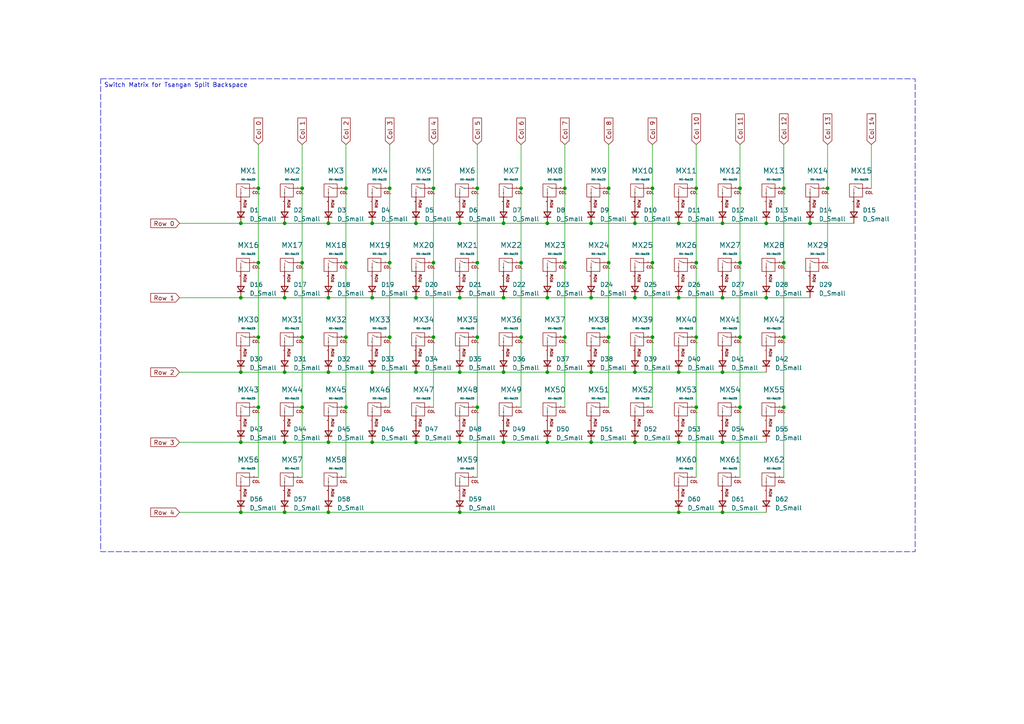
<source format=kicad_sch>
(kicad_sch (version 20250114) (generator "eeschema") (generator_version "9.0")
  (paper "A4")
  (title_block (title "Inett Square X Replacement PCB") (date "2025-06-14"))
  (lib_symbols
    (symbol "Device:D_Small" (pin_numbers (hide yes)) (pin_names (offset 0.254) (hide yes))
      (property "Reference" "D" (at -1.27 2.032 0))
      (property "Value" "D_Small" (at -3.81 -2.032 0))
      (symbol "D_Small_1_1"
        (pin passive line (at -2.54 0 0) (length 1.778) (name "K") (number "1"))
        (pin passive line (at 2.54 0 180) (length 1.778) (name "A") (number "2"))
      )
    )
    (symbol "cipulot_parts:MX-NoLED" (pin_names (offset 1.016))
      (property "Reference" "MX" (at -0.635 3.81 0))
      (property "Value" "MX-NoLED" (at -0.635 1.27 0))
      (symbol "MX-NoLED_0_0"
        (text "ROW" (at 0 -1.905 900) (effects (font (size 0.762 0.762)) (justify right)))
        (text "COL" (at 3.175 0 0) (effects (font (size 0.762 0.762))))
      )
      (symbol "MX-NoLED_1_1"
        (pin passive line (at -1.27 -3.81 90) (length 2.54) (name "ROW") (number "2"))
        (pin passive line (at 3.81 1.27 180) (length 2.54) (name "COL") (number "1"))
      )
    )
  )
  (text_box "Switch Matrix for Tsangan Split Backspace\n" (at 29.21 22.86 0) (size 236.22 137.16) (margins 0.9525 0.9525 0.9525 0.9525) (stroke (width 0) (type dash)) (effects (font (size 1.27 1.27)) (justify left top)))
  (junction (at 146.05 86.36))
  (junction (at 133.35 148.59))
  (junction (at 227.33 97.79))
  (junction (at 176.53 76.2))
  (junction (at 184.15 107.95))
  (junction (at 138.43 76.2))
  (junction (at 100.33 76.2))
  (junction (at 82.55 64.77))
  (junction (at 74.93 54.61))
  (junction (at 171.45 86.36))
  (junction (at 82.55 148.59))
  (junction (at 222.25 64.77))
  (junction (at 125.73 76.2))
  (junction (at 151.13 54.61))
  (junction (at 184.15 64.77))
  (junction (at 82.55 128.27))
  (junction (at 125.73 97.79))
  (junction (at 222.25 86.36))
  (junction (at 113.03 76.2))
  (junction (at 176.53 54.61))
  (junction (at 74.93 118.11))
  (junction (at 138.43 54.61))
  (junction (at 240.03 54.61))
  (junction (at 201.93 76.2))
  (junction (at 82.55 107.95))
  (junction (at 209.55 86.36))
  (junction (at 201.93 54.61))
  (junction (at 158.75 128.27))
  (junction (at 163.83 54.61))
  (junction (at 87.63 54.61))
  (junction (at 201.93 118.11))
  (junction (at 227.33 76.2))
  (junction (at 158.75 107.95))
  (junction (at 151.13 97.79))
  (junction (at 138.43 118.11))
  (junction (at 107.95 86.36))
  (junction (at 120.65 86.36))
  (junction (at 120.65 128.27))
  (junction (at 209.55 148.59))
  (junction (at 196.85 148.59))
  (junction (at 196.85 86.36))
  (junction (at 69.85 86.36))
  (junction (at 189.23 97.79))
  (junction (at 214.63 76.2))
  (junction (at 214.63 97.79))
  (junction (at 163.83 97.79))
  (junction (at 69.85 64.77))
  (junction (at 158.75 86.36))
  (junction (at 100.33 97.79))
  (junction (at 163.83 76.2))
  (junction (at 171.45 64.77))
  (junction (at 107.95 64.77))
  (junction (at 87.63 97.79))
  (junction (at 95.25 86.36))
  (junction (at 100.33 118.11))
  (junction (at 82.55 86.36))
  (junction (at 87.63 76.2))
  (junction (at 95.25 128.27))
  (junction (at 120.65 107.95))
  (junction (at 133.35 128.27))
  (junction (at 87.63 118.11))
  (junction (at 176.53 97.79))
  (junction (at 227.33 118.11))
  (junction (at 209.55 107.95))
  (junction (at 196.85 64.77))
  (junction (at 107.95 128.27))
  (junction (at 120.65 64.77))
  (junction (at 209.55 128.27))
  (junction (at 227.33 54.61))
  (junction (at 74.93 76.2))
  (junction (at 209.55 64.77))
  (junction (at 100.33 54.61))
  (junction (at 69.85 107.95))
  (junction (at 196.85 107.95))
  (junction (at 95.25 64.77))
  (junction (at 95.25 107.95))
  (junction (at 214.63 54.61))
  (junction (at 74.93 97.79))
  (junction (at 196.85 128.27))
  (junction (at 107.95 107.95))
  (junction (at 133.35 86.36))
  (junction (at 189.23 54.61))
  (junction (at 146.05 107.95))
  (junction (at 69.85 128.27))
  (junction (at 69.85 148.59))
  (junction (at 113.03 54.61))
  (junction (at 133.35 64.77))
  (junction (at 95.25 148.59))
  (junction (at 171.45 128.27))
  (junction (at 151.13 76.2))
  (junction (at 125.73 54.61))
  (junction (at 189.23 76.2))
  (junction (at 201.93 97.79))
  (junction (at 234.95 64.77))
  (junction (at 146.05 128.27))
  (junction (at 138.43 97.79))
  (junction (at 146.05 64.77))
  (junction (at 184.15 128.27))
  (junction (at 158.75 64.77))
  (junction (at 133.35 107.95))
  (junction (at 171.45 107.95))
  (junction (at 184.15 86.36))
  (junction (at 214.63 118.11))
  (junction (at 113.03 97.79))
  (wire (pts (xy 138.43 118.11) (xy 138.43 138.43)))
  (wire (pts (xy 125.73 54.61) (xy 125.73 76.2)))
  (wire (pts (xy 113.03 41.91) (xy 113.03 54.61)))
  (wire (pts (xy 222.25 107.95) (xy 209.55 107.95)))
  (wire (pts (xy 184.15 128.27) (xy 196.85 128.27)))
  (wire (pts (xy 87.63 97.79) (xy 87.63 118.11)))
  (wire (pts (xy 240.03 54.61) (xy 240.03 76.2)))
  (wire (pts (xy 189.23 41.91) (xy 189.23 54.61)))
  (wire (pts (xy 146.05 107.95) (xy 133.35 107.95)))
  (wire (pts (xy 113.03 97.79) (xy 113.03 118.11)))
  (wire (pts (xy 201.93 41.91) (xy 201.93 54.61)))
  (wire (pts (xy 120.65 107.95) (xy 107.95 107.95)))
  (wire (pts (xy 227.33 41.91) (xy 227.33 54.61)))
  (wire (pts (xy 74.93 41.91) (xy 74.93 54.61)))
  (wire (pts (xy 196.85 64.77) (xy 209.55 64.77)))
  (wire (pts (xy 74.93 118.11) (xy 74.93 138.43)))
  (wire (pts (xy 133.35 64.77) (xy 146.05 64.77)))
  (wire (pts (xy 163.83 76.2) (xy 163.83 97.79)))
  (wire (pts (xy 214.63 41.91) (xy 214.63 54.61)))
  (wire (pts (xy 196.85 86.36) (xy 209.55 86.36)))
  (wire (pts (xy 214.63 97.79) (xy 214.63 118.11)))
  (wire (pts (xy 184.15 107.95) (xy 171.45 107.95)))
  (wire (pts (xy 74.93 76.2) (xy 74.93 97.79)))
  (wire (pts (xy 201.93 76.2) (xy 201.93 97.79)))
  (wire (pts (xy 184.15 64.77) (xy 196.85 64.77)))
  (wire (pts (xy 125.73 76.2) (xy 125.73 97.79)))
  (wire (pts (xy 107.95 64.77) (xy 120.65 64.77)))
  (wire (pts (xy 189.23 76.2) (xy 189.23 97.79)))
  (wire (pts (xy 209.55 128.27) (xy 222.25 128.27)))
  (wire (pts (xy 120.65 64.77) (xy 133.35 64.77)))
  (wire (pts (xy 196.85 107.95) (xy 184.15 107.95)))
  (wire (pts (xy 87.63 41.91) (xy 87.63 54.61)))
  (wire (pts (xy 171.45 86.36) (xy 184.15 86.36)))
  (wire (pts (xy 100.33 41.91) (xy 100.33 54.61)))
  (wire (pts (xy 201.93 97.79) (xy 201.93 118.11)))
  (wire (pts (xy 120.65 86.36) (xy 133.35 86.36)))
  (wire (pts (xy 138.43 76.2) (xy 138.43 97.79)))
  (wire (pts (xy 176.53 54.61) (xy 176.53 76.2)))
  (wire (pts (xy 52.07 128.27) (xy 69.85 128.27)))
  (wire (pts (xy 214.63 54.61) (xy 214.63 76.2)))
  (wire (pts (xy 100.33 76.2) (xy 100.33 97.79)))
  (wire (pts (xy 201.93 118.11) (xy 201.93 138.43)))
  (wire (pts (xy 125.73 97.79) (xy 125.73 118.11)))
  (wire (pts (xy 133.35 86.36) (xy 146.05 86.36)))
  (wire (pts (xy 209.55 148.59) (xy 222.25 148.59)))
  (wire (pts (xy 107.95 128.27) (xy 120.65 128.27)))
  (wire (pts (xy 151.13 76.2) (xy 151.13 97.79)))
  (wire (pts (xy 158.75 64.77) (xy 171.45 64.77)))
  (wire (pts (xy 95.25 128.27) (xy 107.95 128.27)))
  (wire (pts (xy 100.33 118.11) (xy 100.33 138.43)))
  (wire (pts (xy 95.25 64.77) (xy 107.95 64.77)))
  (wire (pts (xy 184.15 86.36) (xy 196.85 86.36)))
  (wire (pts (xy 146.05 128.27) (xy 158.75 128.27)))
  (wire (pts (xy 113.03 54.61) (xy 113.03 76.2)))
  (wire (pts (xy 69.85 128.27) (xy 82.55 128.27)))
  (wire (pts (xy 133.35 128.27) (xy 146.05 128.27)))
  (wire (pts (xy 125.73 41.91) (xy 125.73 54.61)))
  (wire (pts (xy 151.13 41.91) (xy 151.13 54.61)))
  (wire (pts (xy 227.33 76.2) (xy 227.33 97.79)))
  (wire (pts (xy 227.33 118.11) (xy 227.33 138.43)))
  (wire (pts (xy 138.43 54.61) (xy 138.43 76.2)))
  (wire (pts (xy 240.03 41.91) (xy 240.03 54.61)))
  (wire (pts (xy 189.23 97.79) (xy 189.23 118.11)))
  (wire (pts (xy 52.07 148.59) (xy 69.85 148.59)))
  (wire (pts (xy 74.93 97.79) (xy 74.93 118.11)))
  (wire (pts (xy 158.75 86.36) (xy 171.45 86.36)))
  (wire (pts (xy 252.73 41.91) (xy 252.73 54.61)))
  (wire (pts (xy 151.13 97.79) (xy 151.13 118.11)))
  (wire (pts (xy 107.95 107.95) (xy 95.25 107.95)))
  (wire (pts (xy 214.63 118.11) (xy 214.63 138.43)))
  (wire (pts (xy 87.63 118.11) (xy 87.63 138.43)))
  (wire (pts (xy 100.33 97.79) (xy 100.33 118.11)))
  (wire (pts (xy 209.55 107.95) (xy 196.85 107.95)))
  (wire (pts (xy 176.53 41.91) (xy 176.53 54.61)))
  (wire (pts (xy 82.55 64.77) (xy 95.25 64.77)))
  (wire (pts (xy 189.23 54.61) (xy 189.23 76.2)))
  (wire (pts (xy 138.43 97.79) (xy 138.43 118.11)))
  (wire (pts (xy 196.85 148.59) (xy 209.55 148.59)))
  (wire (pts (xy 176.53 97.79) (xy 176.53 118.11)))
  (wire (pts (xy 95.25 86.36) (xy 107.95 86.36)))
  (wire (pts (xy 171.45 107.95) (xy 158.75 107.95)))
  (wire (pts (xy 234.95 64.77) (xy 247.65 64.77)))
  (wire (pts (xy 214.63 76.2) (xy 214.63 97.79)))
  (wire (pts (xy 74.93 54.61) (xy 74.93 76.2)))
  (wire (pts (xy 176.53 76.2) (xy 176.53 97.79)))
  (wire (pts (xy 82.55 86.36) (xy 95.25 86.36)))
  (wire (pts (xy 95.25 148.59) (xy 133.35 148.59)))
  (wire (pts (xy 87.63 76.2) (xy 87.63 97.79)))
  (wire (pts (xy 82.55 148.59) (xy 95.25 148.59)))
  (wire (pts (xy 69.85 148.59) (xy 82.55 148.59)))
  (wire (pts (xy 222.25 86.36) (xy 234.95 86.36)))
  (wire (pts (xy 133.35 148.59) (xy 196.85 148.59)))
  (wire (pts (xy 158.75 128.27) (xy 171.45 128.27)))
  (wire (pts (xy 87.63 54.61) (xy 87.63 76.2)))
  (wire (pts (xy 120.65 128.27) (xy 133.35 128.27)))
  (wire (pts (xy 171.45 128.27) (xy 184.15 128.27)))
  (wire (pts (xy 95.25 107.95) (xy 82.55 107.95)))
  (wire (pts (xy 69.85 64.77) (xy 82.55 64.77)))
  (wire (pts (xy 163.83 97.79) (xy 163.83 118.11)))
  (wire (pts (xy 69.85 86.36) (xy 82.55 86.36)))
  (wire (pts (xy 163.83 54.61) (xy 163.83 76.2)))
  (wire (pts (xy 209.55 64.77) (xy 222.25 64.77)))
  (wire (pts (xy 138.43 41.91) (xy 138.43 54.61)))
  (wire (pts (xy 107.95 86.36) (xy 120.65 86.36)))
  (wire (pts (xy 113.03 76.2) (xy 113.03 97.79)))
  (wire (pts (xy 133.35 107.95) (xy 120.65 107.95)))
  (wire (pts (xy 52.07 86.36) (xy 69.85 86.36)))
  (wire (pts (xy 82.55 128.27) (xy 95.25 128.27)))
  (wire (pts (xy 146.05 64.77) (xy 158.75 64.77)))
  (wire (pts (xy 100.33 54.61) (xy 100.33 76.2)))
  (wire (pts (xy 69.85 107.95) (xy 52.07 107.95)))
  (wire (pts (xy 227.33 97.79) (xy 227.33 118.11)))
  (wire (pts (xy 196.85 128.27) (xy 209.55 128.27)))
  (wire (pts (xy 201.93 54.61) (xy 201.93 76.2)))
  (wire (pts (xy 146.05 86.36) (xy 158.75 86.36)))
  (wire (pts (xy 158.75 107.95) (xy 146.05 107.95)))
  (wire (pts (xy 163.83 41.91) (xy 163.83 54.61)))
  (wire (pts (xy 171.45 64.77) (xy 184.15 64.77)))
  (wire (pts (xy 209.55 86.36) (xy 222.25 86.36)))
  (wire (pts (xy 82.55 107.95) (xy 69.85 107.95)))
  (wire (pts (xy 227.33 54.61) (xy 227.33 76.2)))
  (wire (pts (xy 52.07 64.77) (xy 69.85 64.77)))
  (wire (pts (xy 222.25 64.77) (xy 234.95 64.77)))
  (wire (pts (xy 151.13 54.61) (xy 151.13 76.2)))
  (global_label "Col 14" (shape input) (at 252.73 41.91 90) (property "Intersheetrefs" "${INTERSHEET_REFS}" (at 252.73 32.454 90) (effects (justify left))))
  (global_label "Col 2" (shape input) (at 100.33 41.91 90) (property "Intersheetrefs" "${INTERSHEET_REFS}" (at 100.33 33.6635 90) (effects (justify left))))
  (global_label "Row 1" (shape input) (at 52.07 86.36 180) (property "Intersheetrefs" "${INTERSHEET_REFS}" (at 43.1582 86.36 0) (effects (justify right))))
  (global_label "Col 5" (shape input) (at 138.43 41.91 90) (property "Intersheetrefs" "${INTERSHEET_REFS}" (at 138.43 33.6635 90) (effects (justify left))))
  (global_label "Col 8" (shape input) (at 176.53 41.91 90) (property "Intersheetrefs" "${INTERSHEET_REFS}" (at 176.53 33.6635 90) (effects (justify left))))
  (global_label "Row 0" (shape input) (at 52.07 64.77 180) (property "Intersheetrefs" "${INTERSHEET_REFS}" (at 43.1582 64.77 0) (effects (justify right))))
  (global_label "Row 2" (shape input) (at 52.07 107.95 180) (property "Intersheetrefs" "${INTERSHEET_REFS}" (at 43.1582 107.95 0) (effects (justify right))))
  (global_label "Col 0" (shape input) (at 74.93 41.91 90) (property "Intersheetrefs" "${INTERSHEET_REFS}" (at 74.93 33.6635 90) (effects (justify left))))
  (global_label "Col 13" (shape input) (at 240.03 41.91 90) (property "Intersheetrefs" "${INTERSHEET_REFS}" (at 240.03 32.454 90) (effects (justify left))))
  (global_label "Col 12" (shape input) (at 227.33 41.91 90) (property "Intersheetrefs" "${INTERSHEET_REFS}" (at 227.33 32.454 90) (effects (justify left))))
  (global_label "Col 3" (shape input) (at 113.03 41.91 90) (property "Intersheetrefs" "${INTERSHEET_REFS}" (at 113.03 33.6635 90) (effects (justify left))))
  (global_label "Col 9" (shape input) (at 189.23 41.91 90) (property "Intersheetrefs" "${INTERSHEET_REFS}" (at 189.23 33.6635 90) (effects (justify left))))
  (global_label "Col 10" (shape input) (at 201.93 41.91 90) (property "Intersheetrefs" "${INTERSHEET_REFS}" (at 201.93 32.454 90) (effects (justify left))))
  (global_label "Col 4" (shape input) (at 125.73 41.91 90) (property "Intersheetrefs" "${INTERSHEET_REFS}" (at 125.73 33.6635 90) (effects (justify left))))
  (global_label "Col 6" (shape input) (at 151.13 41.91 90) (property "Intersheetrefs" "${INTERSHEET_REFS}" (at 151.13 33.6635 90) (effects (justify left))))
  (global_label "Row 4" (shape input) (at 52.07 148.59 180) (property "Intersheetrefs" "${INTERSHEET_REFS}" (at 43.1582 148.59 0) (effects (justify right))))
  (global_label "Col 11" (shape input) (at 214.63 41.91 90) (property "Intersheetrefs" "${INTERSHEET_REFS}" (at 214.63 32.454 90) (effects (justify left))))
  (global_label "Col 1" (shape input) (at 87.63 41.91 90) (property "Intersheetrefs" "${INTERSHEET_REFS}" (at 87.63 33.6635 90) (effects (justify left))))
  (global_label "Col 7" (shape input) (at 163.83 41.91 90) (property "Intersheetrefs" "${INTERSHEET_REFS}" (at 163.83 33.6635 90) (effects (justify left))))
  (global_label "Row 3" (shape input) (at 52.07 128.27 180) (property "Intersheetrefs" "${INTERSHEET_REFS}" (at 43.1582 128.27 0) (effects (justify right))))
  (symbol (lib_id "Device:D_Small") (at 133.35 146.05 90) (unit 1)
    (property "Reference" "D59" (at 135.89 144.7799 90) (effects (justify right)))
    (property "Value" "D_Small" (at 135.89 147.3199 90) (effects (justify right)))
    (property "Footprint" "Diode_SMD:D_SOD-123" (effects (hide yes)))
    (property "Description" "Diode, small symbol" (effects (hide yes)))
    (property "Sim.Device" "D" (effects (hide yes)))
    (property "Sim.Pins" "1=K 2=A" (effects (hide yes)))
  )
  (symbol (lib_id "cipulot_parts:MX-NoLED") (at 134.62 55.88 0) (unit 1)
    (property "Reference" "MX6" (at 135.5152 49.53 0) (effects (font (size 1.524 1.524))))
    (property "Value" "MX-NoLED" (at 135.5152 52.07 0) (effects (font (size 0.508 0.508))))
    (property "Footprint" "PCM_cipulot_parts:MXOnly-1U-Hotswap" (effects (hide yes)))
  )
  (symbol (lib_id "Device:D_Small") (at 133.35 105.41 90) (unit 1)
    (property "Reference" "D35" (at 135.89 104.1399 90) (effects (justify right)))
    (property "Value" "D_Small" (at 135.89 106.6799 90) (effects (justify right)))
    (property "Footprint" "Diode_SMD:D_SOD-123" (effects (hide yes)))
    (property "Description" "Diode, small symbol" (effects (hide yes)))
    (property "Sim.Device" "D" (effects (hide yes)))
    (property "Sim.Pins" "1=K 2=A" (effects (hide yes)))
  )
  (symbol (lib_id "Device:D_Small") (at 95.25 105.41 90) (unit 1)
    (property "Reference" "D32" (at 97.79 104.1399 90) (effects (justify right)))
    (property "Value" "D_Small" (at 97.79 106.6799 90) (effects (justify right)))
    (property "Footprint" "Diode_SMD:D_SOD-123" (effects (hide yes)))
    (property "Description" "Diode, small symbol" (effects (hide yes)))
    (property "Sim.Device" "D" (effects (hide yes)))
    (property "Sim.Pins" "1=K 2=A" (effects (hide yes)))
  )
  (symbol (lib_id "Device:D_Small") (at 222.25 83.82 90) (unit 1)
    (property "Reference" "D28" (at 224.79 82.5499 90) (effects (justify right)))
    (property "Value" "D_Small" (at 224.79 85.0899 90) (effects (justify right)))
    (property "Footprint" "Diode_SMD:D_SOD-123" (effects (hide yes)))
    (property "Description" "Diode, small symbol" (effects (hide yes)))
    (property "Sim.Device" "D" (effects (hide yes)))
    (property "Sim.Pins" "1=K 2=A" (effects (hide yes)))
  )
  (symbol (lib_id "Device:D_Small") (at 196.85 105.41 90) (unit 1)
    (property "Reference" "D40" (at 199.39 104.1399 90) (effects (justify right)))
    (property "Value" "D_Small" (at 199.39 106.6799 90) (effects (justify right)))
    (property "Footprint" "Diode_SMD:D_SOD-123" (effects (hide yes)))
    (property "Description" "Diode, small symbol" (effects (hide yes)))
    (property "Sim.Device" "D" (effects (hide yes)))
    (property "Sim.Pins" "1=K 2=A" (effects (hide yes)))
  )
  (symbol (lib_id "cipulot_parts:MX-NoLED") (at 210.82 77.47 0) (unit 1)
    (property "Reference" "MX27" (at 211.7152 71.12 0) (effects (font (size 1.524 1.524))))
    (property "Value" "MX-NoLED" (at 211.7152 73.66 0) (effects (font (size 0.508 0.508))))
    (property "Footprint" "PCM_cipulot_parts:MXOnly-1U-Hotswap" (effects (hide yes)))
  )
  (symbol (lib_id "Device:D_Small") (at 107.95 125.73 90) (unit 1)
    (property "Reference" "D46" (at 110.49 124.4599 90) (effects (justify right)))
    (property "Value" "D_Small" (at 110.49 126.9999 90) (effects (justify right)))
    (property "Footprint" "Diode_SMD:D_SOD-123" (effects (hide yes)))
    (property "Description" "Diode, small symbol" (effects (hide yes)))
    (property "Sim.Device" "D" (effects (hide yes)))
    (property "Sim.Pins" "1=K 2=A" (effects (hide yes)))
  )
  (symbol (lib_id "Device:D_Small") (at 95.25 83.82 90) (unit 1)
    (property "Reference" "D18" (at 97.79 82.5499 90) (effects (justify right)))
    (property "Value" "D_Small" (at 97.79 85.0899 90) (effects (justify right)))
    (property "Footprint" "Diode_SMD:D_SOD-123" (effects (hide yes)))
    (property "Description" "Diode, small symbol" (effects (hide yes)))
    (property "Sim.Device" "D" (effects (hide yes)))
    (property "Sim.Pins" "1=K 2=A" (effects (hide yes)))
  )
  (symbol (lib_id "cipulot_parts:MX-NoLED") (at 147.32 55.88 0) (unit 1)
    (property "Reference" "MX7" (at 148.2152 49.53 0) (effects (font (size 1.524 1.524))))
    (property "Value" "MX-NoLED" (at 148.2152 52.07 0) (effects (font (size 0.508 0.508))))
    (property "Footprint" "PCM_cipulot_parts:MXOnly-1U-Hotswap" (effects (hide yes)))
  )
  (symbol (lib_id "Device:D_Small") (at 95.25 146.05 90) (unit 1)
    (property "Reference" "D58" (at 97.79 144.7799 90) (effects (justify right)))
    (property "Value" "D_Small" (at 97.79 147.3199 90) (effects (justify right)))
    (property "Footprint" "Diode_SMD:D_SOD-123" (effects (hide yes)))
    (property "Description" "Diode, small symbol" (effects (hide yes)))
    (property "Sim.Device" "D" (effects (hide yes)))
    (property "Sim.Pins" "1=K 2=A" (effects (hide yes)))
  )
  (symbol (lib_id "Device:D_Small") (at 133.35 62.23 90) (unit 1)
    (property "Reference" "D6" (at 135.89 60.9599 90) (effects (justify right)))
    (property "Value" "D_Small" (at 135.89 63.4999 90) (effects (justify right)))
    (property "Footprint" "Diode_SMD:D_SOD-123" (effects (hide yes)))
    (property "Description" "Diode, small symbol" (effects (hide yes)))
    (property "Sim.Device" "D" (effects (hide yes)))
    (property "Sim.Pins" "1=K 2=A" (effects (hide yes)))
  )
  (symbol (lib_id "cipulot_parts:MX-NoLED") (at 198.12 99.06 0) (unit 1)
    (property "Reference" "MX40" (at 199.0152 92.71 0) (effects (font (size 1.524 1.524))))
    (property "Value" "MX-NoLED" (at 199.0152 95.25 0) (effects (font (size 0.508 0.508))))
    (property "Footprint" "PCM_cipulot_parts:MXOnly-1U-Hotswap" (effects (hide yes)))
  )
  (symbol (lib_id "Device:D_Small") (at 196.85 146.05 90) (unit 1)
    (property "Reference" "D60" (at 199.39 144.7799 90) (effects (justify right)))
    (property "Value" "D_Small" (at 199.39 147.3199 90) (effects (justify right)))
    (property "Footprint" "Diode_SMD:D_SOD-123" (effects (hide yes)))
    (property "Description" "Diode, small symbol" (effects (hide yes)))
    (property "Sim.Device" "D" (effects (hide yes)))
    (property "Sim.Pins" "1=K 2=A" (effects (hide yes)))
  )
  (symbol (lib_id "cipulot_parts:MX-NoLED") (at 121.92 55.88 0) (unit 1)
    (property "Reference" "MX5" (at 122.8152 49.53 0) (effects (font (size 1.524 1.524))))
    (property "Value" "MX-NoLED" (at 122.8152 52.07 0) (effects (font (size 0.508 0.508))))
    (property "Footprint" "PCM_cipulot_parts:MXOnly-1U-Hotswap" (effects (hide yes)))
  )
  (symbol (lib_id "Device:D_Small") (at 146.05 62.23 90) (unit 1)
    (property "Reference" "D7" (at 148.59 60.9599 90) (effects (justify right)))
    (property "Value" "D_Small" (at 148.59 63.4999 90) (effects (justify right)))
    (property "Footprint" "Diode_SMD:D_SOD-123" (effects (hide yes)))
    (property "Description" "Diode, small symbol" (effects (hide yes)))
    (property "Sim.Device" "D" (effects (hide yes)))
    (property "Sim.Pins" "1=K 2=A" (effects (hide yes)))
  )
  (symbol (lib_id "Device:D_Small") (at 158.75 105.41 90) (unit 1)
    (property "Reference" "D37" (at 161.29 104.1399 90) (effects (justify right)))
    (property "Value" "D_Small" (at 161.29 106.6799 90) (effects (justify right)))
    (property "Footprint" "Diode_SMD:D_SOD-123" (effects (hide yes)))
    (property "Description" "Diode, small symbol" (effects (hide yes)))
    (property "Sim.Device" "D" (effects (hide yes)))
    (property "Sim.Pins" "1=K 2=A" (effects (hide yes)))
  )
  (symbol (lib_id "cipulot_parts:MX-NoLED") (at 83.82 139.7 0) (unit 1)
    (property "Reference" "MX57" (at 84.7152 133.35 0) (effects (font (size 1.524 1.524))))
    (property "Value" "MX-NoLED" (at 84.7152 135.89 0) (effects (font (size 0.508 0.508))))
    (property "Footprint" "PCM_cipulot_parts:MXOnly-1U-Hotswap" (effects (hide yes)))
  )
  (symbol (lib_id "cipulot_parts:MX-NoLED") (at 71.12 55.88 0) (unit 1)
    (property "Reference" "MX1" (at 72.0152 49.53 0) (effects (font (size 1.524 1.524))))
    (property "Value" "MX-NoLED" (at 72.0152 52.07 0) (effects (font (size 0.508 0.508))))
    (property "Footprint" "PCM_cipulot_parts:MXOnly-1U-Hotswap" (effects (hide yes)))
  )
  (symbol (lib_id "cipulot_parts:MX-NoLED") (at 172.72 99.06 0) (unit 1)
    (property "Reference" "MX38" (at 173.6152 92.71 0) (effects (font (size 1.524 1.524))))
    (property "Value" "MX-NoLED" (at 173.6152 95.25 0) (effects (font (size 0.508 0.508))))
    (property "Footprint" "PCM_cipulot_parts:MXOnly-1U-Hotswap" (effects (hide yes)))
  )
  (symbol (lib_id "cipulot_parts:MX-NoLED") (at 83.82 55.88 0) (unit 1)
    (property "Reference" "MX2" (at 84.7152 49.53 0) (effects (font (size 1.524 1.524))))
    (property "Value" "MX-NoLED" (at 84.7152 52.07 0) (effects (font (size 0.508 0.508))))
    (property "Footprint" "PCM_cipulot_parts:MXOnly-1U-Hotswap" (effects (hide yes)))
  )
  (symbol (lib_id "cipulot_parts:MX-NoLED") (at 160.02 55.88 0) (unit 1)
    (property "Reference" "MX8" (at 160.9152 49.53 0) (effects (font (size 1.524 1.524))))
    (property "Value" "MX-NoLED" (at 160.9152 52.07 0) (effects (font (size 0.508 0.508))))
    (property "Footprint" "PCM_cipulot_parts:MXOnly-1U-Hotswap" (effects (hide yes)))
  )
  (symbol (lib_id "cipulot_parts:MX-NoLED") (at 121.92 99.06 0) (unit 1)
    (property "Reference" "MX34" (at 122.8152 92.71 0) (effects (font (size 1.524 1.524))))
    (property "Value" "MX-NoLED" (at 122.8152 95.25 0) (effects (font (size 0.508 0.508))))
    (property "Footprint" "PCM_cipulot_parts:MXOnly-1U-Hotswap" (effects (hide yes)))
  )
  (symbol (lib_id "cipulot_parts:MX-NoLED") (at 109.22 119.38 0) (unit 1)
    (property "Reference" "MX46" (at 110.1152 113.03 0) (effects (font (size 1.524 1.524))))
    (property "Value" "MX-NoLED" (at 110.1152 115.57 0) (effects (font (size 0.508 0.508))))
    (property "Footprint" "PCM_cipulot_parts:MXOnly-1U-Hotswap" (effects (hide yes)))
  )
  (symbol (lib_id "cipulot_parts:MX-NoLED") (at 147.32 99.06 0) (unit 1)
    (property "Reference" "MX36" (at 148.2152 92.71 0) (effects (font (size 1.524 1.524))))
    (property "Value" "MX-NoLED" (at 148.2152 95.25 0) (effects (font (size 0.508 0.508))))
    (property "Footprint" "PCM_cipulot_parts:MXOnly-1U-Hotswap" (effects (hide yes)))
  )
  (symbol (lib_id "Device:D_Small") (at 209.55 146.05 90) (unit 1)
    (property "Reference" "D61" (at 212.09 144.7799 90) (effects (justify right)))
    (property "Value" "D_Small" (at 212.09 147.3199 90) (effects (justify right)))
    (property "Footprint" "Diode_SMD:D_SOD-123" (effects (hide yes)))
    (property "Description" "Diode, small symbol" (effects (hide yes)))
    (property "Sim.Device" "D" (effects (hide yes)))
    (property "Sim.Pins" "1=K 2=A" (effects (hide yes)))
  )
  (symbol (lib_id "Device:D_Small") (at 82.55 62.23 90) (unit 1)
    (property "Reference" "D2" (at 85.09 60.9599 90) (effects (justify right)))
    (property "Value" "D_Small" (at 85.09 63.4999 90) (effects (justify right)))
    (property "Footprint" "Diode_SMD:D_SOD-123" (effects (hide yes)))
    (property "Description" "Diode, small symbol" (effects (hide yes)))
    (property "Sim.Device" "D" (effects (hide yes)))
    (property "Sim.Pins" "1=K 2=A" (effects (hide yes)))
  )
  (symbol (lib_id "cipulot_parts:MX-NoLED") (at 210.82 119.38 0) (unit 1)
    (property "Reference" "MX54" (at 211.7152 113.03 0) (effects (font (size 1.524 1.524))))
    (property "Value" "MX-NoLED" (at 211.7152 115.57 0) (effects (font (size 0.508 0.508))))
    (property "Footprint" "PCM_cipulot_parts:MXOnly-1.75U-Hotswap" (effects (hide yes)))
  )
  (symbol (lib_id "cipulot_parts:MX-NoLED") (at 83.82 77.47 0) (unit 1)
    (property "Reference" "MX17" (at 84.7152 71.12 0) (effects (font (size 1.524 1.524))))
    (property "Value" "MX-NoLED" (at 84.7152 73.66 0) (effects (font (size 0.508 0.508))))
    (property "Footprint" "PCM_cipulot_parts:MXOnly-1U-Hotswap" (effects (hide yes)))
  )
  (symbol (lib_id "Device:D_Small") (at 82.55 146.05 90) (unit 1)
    (property "Reference" "D57" (at 85.09 144.7799 90) (effects (justify right)))
    (property "Value" "D_Small" (at 85.09 147.3199 90) (effects (justify right)))
    (property "Footprint" "Diode_SMD:D_SOD-123" (effects (hide yes)))
    (property "Description" "Diode, small symbol" (effects (hide yes)))
    (property "Sim.Device" "D" (effects (hide yes)))
    (property "Sim.Pins" "1=K 2=A" (effects (hide yes)))
  )
  (symbol (lib_id "cipulot_parts:MX-NoLED") (at 71.12 77.47 0) (unit 1)
    (property "Reference" "MX16" (at 72.0152 71.12 0) (effects (font (size 1.524 1.524))))
    (property "Value" "MX-NoLED" (at 72.0152 73.66 0) (effects (font (size 0.508 0.508))))
    (property "Footprint" "PCM_cipulot_parts:MXOnly-1.5U-Hotswap" (effects (hide yes)))
  )
  (symbol (lib_id "Device:D_Small") (at 196.85 125.73 90) (unit 1)
    (property "Reference" "D53" (at 199.39 124.4599 90) (effects (justify right)))
    (property "Value" "D_Small" (at 199.39 126.9999 90) (effects (justify right)))
    (property "Footprint" "Diode_SMD:D_SOD-123" (effects (hide yes)))
    (property "Description" "Diode, small symbol" (effects (hide yes)))
    (property "Sim.Device" "D" (effects (hide yes)))
    (property "Sim.Pins" "1=K 2=A" (effects (hide yes)))
  )
  (symbol (lib_id "Device:D_Small") (at 82.55 83.82 90) (unit 1)
    (property "Reference" "D17" (at 85.09 82.5499 90) (effects (justify right)))
    (property "Value" "D_Small" (at 85.09 85.0899 90) (effects (justify right)))
    (property "Footprint" "Diode_SMD:D_SOD-123" (effects (hide yes)))
    (property "Description" "Diode, small symbol" (effects (hide yes)))
    (property "Sim.Device" "D" (effects (hide yes)))
    (property "Sim.Pins" "1=K 2=A" (effects (hide yes)))
  )
  (symbol (lib_id "Device:D_Small") (at 247.65 62.23 90) (unit 1)
    (property "Reference" "D15" (at 250.19 60.9599 90) (effects (justify right)))
    (property "Value" "D_Small" (at 250.19 63.4999 90) (effects (justify right)))
    (property "Footprint" "Diode_SMD:D_SOD-123" (effects (hide yes)))
    (property "Description" "Diode, small symbol" (effects (hide yes)))
    (property "Sim.Device" "D" (effects (hide yes)))
    (property "Sim.Pins" "1=K 2=A" (effects (hide yes)))
  )
  (symbol (lib_id "cipulot_parts:MX-NoLED") (at 160.02 119.38 0) (unit 1)
    (property "Reference" "MX50" (at 160.9152 113.03 0) (effects (font (size 1.524 1.524))))
    (property "Value" "MX-NoLED" (at 160.9152 115.57 0) (effects (font (size 0.508 0.508))))
    (property "Footprint" "PCM_cipulot_parts:MXOnly-1U-Hotswap" (effects (hide yes)))
  )
  (symbol (lib_id "cipulot_parts:MX-NoLED") (at 198.12 139.7 0) (unit 1)
    (property "Reference" "MX60" (at 199.0152 133.35 0) (effects (font (size 1.524 1.524))))
    (property "Value" "MX-NoLED" (at 199.0152 135.89 0) (effects (font (size 0.508 0.508))))
    (property "Footprint" "PCM_cipulot_parts:MXOnly-1.5U-Hotswap" (effects (hide yes)))
  )
  (symbol (lib_id "Device:D_Small") (at 222.25 62.23 90) (unit 1)
    (property "Reference" "D13" (at 224.79 60.9599 90) (effects (justify right)))
    (property "Value" "D_Small" (at 224.79 63.4999 90) (effects (justify right)))
    (property "Footprint" "Diode_SMD:D_SOD-123" (effects (hide yes)))
    (property "Description" "Diode, small symbol" (effects (hide yes)))
    (property "Sim.Device" "D" (effects (hide yes)))
    (property "Sim.Pins" "1=K 2=A" (effects (hide yes)))
  )
  (symbol (lib_id "cipulot_parts:MX-NoLED") (at 134.62 99.06 0) (unit 1)
    (property "Reference" "MX35" (at 135.5152 92.71 0) (effects (font (size 1.524 1.524))))
    (property "Value" "MX-NoLED" (at 135.5152 95.25 0) (effects (font (size 0.508 0.508))))
    (property "Footprint" "PCM_cipulot_parts:MXOnly-1U-Hotswap" (effects (hide yes)))
  )
  (symbol (lib_id "Device:D_Small") (at 209.55 83.82 90) (unit 1)
    (property "Reference" "D27" (at 212.09 82.5499 90) (effects (justify right)))
    (property "Value" "D_Small" (at 212.09 85.0899 90) (effects (justify right)))
    (property "Footprint" "Diode_SMD:D_SOD-123" (effects (hide yes)))
    (property "Description" "Diode, small symbol" (effects (hide yes)))
    (property "Sim.Device" "D" (effects (hide yes)))
    (property "Sim.Pins" "1=K 2=A" (effects (hide yes)))
  )
  (symbol (lib_id "Device:D_Small") (at 146.05 83.82 90) (unit 1)
    (property "Reference" "D22" (at 148.59 82.5499 90) (effects (justify right)))
    (property "Value" "D_Small" (at 148.59 85.0899 90) (effects (justify right)))
    (property "Footprint" "Diode_SMD:D_SOD-123" (effects (hide yes)))
    (property "Description" "Diode, small symbol" (effects (hide yes)))
    (property "Sim.Device" "D" (effects (hide yes)))
    (property "Sim.Pins" "1=K 2=A" (effects (hide yes)))
  )
  (symbol (lib_id "cipulot_parts:MX-NoLED") (at 185.42 99.06 0) (unit 1)
    (property "Reference" "MX39" (at 186.3152 92.71 0) (effects (font (size 1.524 1.524))))
    (property "Value" "MX-NoLED" (at 186.3152 95.25 0) (effects (font (size 0.508 0.508))))
    (property "Footprint" "PCM_cipulot_parts:MXOnly-1U-Hotswap" (effects (hide yes)))
  )
  (symbol (lib_id "cipulot_parts:MX-NoLED") (at 147.32 119.38 0) (unit 1)
    (property "Reference" "MX49" (at 148.2152 113.03 0) (effects (font (size 1.524 1.524))))
    (property "Value" "MX-NoLED" (at 148.2152 115.57 0) (effects (font (size 0.508 0.508))))
    (property "Footprint" "PCM_cipulot_parts:MXOnly-1U-Hotswap" (effects (hide yes)))
  )
  (symbol (lib_id "cipulot_parts:MX-NoLED") (at 223.52 77.47 0) (unit 1)
    (property "Reference" "MX28" (at 224.4152 71.12 0) (effects (font (size 1.524 1.524))))
    (property "Value" "MX-NoLED" (at 224.4152 73.66 0) (effects (font (size 0.508 0.508))))
    (property "Footprint" "PCM_cipulot_parts:MXOnly-1U-Hotswap" (effects (hide yes)))
  )
  (symbol (lib_id "Device:D_Small") (at 171.45 105.41 90) (unit 1)
    (property "Reference" "D38" (at 173.99 104.1399 90) (effects (justify right)))
    (property "Value" "D_Small" (at 173.99 106.6799 90) (effects (justify right)))
    (property "Footprint" "Diode_SMD:D_SOD-123" (effects (hide yes)))
    (property "Description" "Diode, small symbol" (effects (hide yes)))
    (property "Sim.Device" "D" (effects (hide yes)))
    (property "Sim.Pins" "1=K 2=A" (effects (hide yes)))
  )
  (symbol (lib_id "cipulot_parts:MX-NoLED") (at 71.12 99.06 0) (unit 1)
    (property "Reference" "MX30" (at 72.0152 92.71 0) (effects (font (size 1.524 1.524))))
    (property "Value" "MX-NoLED" (at 72.0152 95.25 0) (effects (font (size 0.508 0.508))))
    (property "Footprint" "PCM_cipulot_parts:MXOnly-1.75U-Hotswap" (effects (hide yes)))
  )
  (symbol (lib_id "Device:D_Small") (at 146.05 105.41 90) (unit 1)
    (property "Reference" "D36" (at 148.59 104.1399 90) (effects (justify right)))
    (property "Value" "D_Small" (at 148.59 106.6799 90) (effects (justify right)))
    (property "Footprint" "Diode_SMD:D_SOD-123" (effects (hide yes)))
    (property "Description" "Diode, small symbol" (effects (hide yes)))
    (property "Sim.Device" "D" (effects (hide yes)))
    (property "Sim.Pins" "1=K 2=A" (effects (hide yes)))
  )
  (symbol (lib_id "Device:D_Small") (at 146.05 125.73 90) (unit 1)
    (property "Reference" "D49" (at 148.59 124.4599 90) (effects (justify right)))
    (property "Value" "D_Small" (at 148.59 126.9999 90) (effects (justify right)))
    (property "Footprint" "Diode_SMD:D_SOD-123" (effects (hide yes)))
    (property "Description" "Diode, small symbol" (effects (hide yes)))
    (property "Sim.Device" "D" (effects (hide yes)))
    (property "Sim.Pins" "1=K 2=A" (effects (hide yes)))
  )
  (symbol (lib_id "Device:D_Small") (at 158.75 62.23 90) (unit 1)
    (property "Reference" "D8" (at 161.29 60.9599 90) (effects (justify right)))
    (property "Value" "D_Small" (at 161.29 63.4999 90) (effects (justify right)))
    (property "Footprint" "Diode_SMD:D_SOD-123" (effects (hide yes)))
    (property "Description" "Diode, small symbol" (effects (hide yes)))
    (property "Sim.Device" "D" (effects (hide yes)))
    (property "Sim.Pins" "1=K 2=A" (effects (hide yes)))
  )
  (symbol (lib_id "cipulot_parts:MX-NoLED") (at 109.22 55.88 0) (unit 1)
    (property "Reference" "MX4" (at 110.1152 49.53 0) (effects (font (size 1.524 1.524))))
    (property "Value" "MX-NoLED" (at 110.1152 52.07 0) (effects (font (size 0.508 0.508))))
    (property "Footprint" "PCM_cipulot_parts:MXOnly-1U-Hotswap" (effects (hide yes)))
  )
  (symbol (lib_id "Device:D_Small") (at 69.85 83.82 90) (unit 1)
    (property "Reference" "D16" (at 72.39 82.5499 90) (effects (justify right)))
    (property "Value" "D_Small" (at 72.39 85.0899 90) (effects (justify right)))
    (property "Footprint" "Diode_SMD:D_SOD-123" (effects (hide yes)))
    (property "Description" "Diode, small symbol" (effects (hide yes)))
    (property "Sim.Device" "D" (effects (hide yes)))
    (property "Sim.Pins" "1=K 2=A" (effects (hide yes)))
  )
  (symbol (lib_id "Device:D_Small") (at 209.55 62.23 90) (unit 1)
    (property "Reference" "D12" (at 212.09 60.9599 90) (effects (justify right)))
    (property "Value" "D_Small" (at 212.09 63.4999 90) (effects (justify right)))
    (property "Footprint" "Diode_SMD:D_SOD-123" (effects (hide yes)))
    (property "Description" "Diode, small symbol" (effects (hide yes)))
    (property "Sim.Device" "D" (effects (hide yes)))
    (property "Sim.Pins" "1=K 2=A" (effects (hide yes)))
  )
  (symbol (lib_id "Device:D_Small") (at 107.95 62.23 90) (unit 1)
    (property "Reference" "D4" (at 110.49 60.9599 90) (effects (justify right)))
    (property "Value" "D_Small" (at 110.49 63.4999 90) (effects (justify right)))
    (property "Footprint" "Diode_SMD:D_SOD-123" (effects (hide yes)))
    (property "Description" "Diode, small symbol" (effects (hide yes)))
    (property "Sim.Device" "D" (effects (hide yes)))
    (property "Sim.Pins" "1=K 2=A" (effects (hide yes)))
  )
  (symbol (lib_id "cipulot_parts:MX-NoLED") (at 83.82 119.38 0) (unit 1)
    (property "Reference" "MX44" (at 84.7152 113.03 0) (effects (font (size 1.524 1.524))))
    (property "Value" "MX-NoLED" (at 84.7152 115.57 0) (effects (font (size 0.508 0.508))))
    (property "Footprint" "PCM_cipulot_parts:MXOnly-1U-Hotswap" (effects (hide yes)))
  )
  (symbol (lib_id "Device:D_Small") (at 69.85 146.05 90) (unit 1)
    (property "Reference" "D56" (at 72.39 144.7799 90) (effects (justify right)))
    (property "Value" "D_Small" (at 72.39 147.3199 90) (effects (justify right)))
    (property "Footprint" "Diode_SMD:D_SOD-123" (effects (hide yes)))
    (property "Description" "Diode, small symbol" (effects (hide yes)))
    (property "Sim.Device" "D" (effects (hide yes)))
    (property "Sim.Pins" "1=K 2=A" (effects (hide yes)))
  )
  (symbol (lib_id "cipulot_parts:MX-NoLED") (at 185.42 119.38 0) (unit 1)
    (property "Reference" "MX52" (at 186.3152 113.03 0) (effects (font (size 1.524 1.524))))
    (property "Value" "MX-NoLED" (at 186.3152 115.57 0) (effects (font (size 0.508 0.508))))
    (property "Footprint" "PCM_cipulot_parts:MXOnly-1U-Hotswap" (effects (hide yes)))
  )
  (symbol (lib_id "cipulot_parts:MX-NoLED") (at 96.52 55.88 0) (unit 1)
    (property "Reference" "MX3" (at 97.4152 49.53 0) (effects (font (size 1.524 1.524))))
    (property "Value" "MX-NoLED" (at 97.4152 52.07 0) (effects (font (size 0.508 0.508))))
    (property "Footprint" "PCM_cipulot_parts:MXOnly-1U-Hotswap" (effects (hide yes)))
  )
  (symbol (lib_id "cipulot_parts:MX-NoLED") (at 96.52 77.47 0) (unit 1)
    (property "Reference" "MX18" (at 97.4152 71.12 0) (effects (font (size 1.524 1.524))))
    (property "Value" "MX-NoLED" (at 97.4152 73.66 0) (effects (font (size 0.508 0.508))))
    (property "Footprint" "PCM_cipulot_parts:MXOnly-1U-Hotswap" (effects (hide yes)))
  )
  (symbol (lib_id "Device:D_Small") (at 209.55 105.41 90) (unit 1)
    (property "Reference" "D41" (at 212.09 104.1399 90) (effects (justify right)))
    (property "Value" "D_Small" (at 212.09 106.6799 90) (effects (justify right)))
    (property "Footprint" "Diode_SMD:D_SOD-123" (effects (hide yes)))
    (property "Description" "Diode, small symbol" (effects (hide yes)))
    (property "Sim.Device" "D" (effects (hide yes)))
    (property "Sim.Pins" "1=K 2=A" (effects (hide yes)))
  )
  (symbol (lib_id "cipulot_parts:MX-NoLED") (at 96.52 99.06 0) (unit 1)
    (property "Reference" "MX32" (at 97.4152 92.71 0) (effects (font (size 1.524 1.524))))
    (property "Value" "MX-NoLED" (at 97.4152 95.25 0) (effects (font (size 0.508 0.508))))
    (property "Footprint" "PCM_cipulot_parts:MXOnly-1U-Hotswap" (effects (hide yes)))
  )
  (symbol (lib_id "cipulot_parts:MX-NoLED") (at 172.72 77.47 0) (unit 1)
    (property "Reference" "MX24" (at 173.6152 71.12 0) (effects (font (size 1.524 1.524))))
    (property "Value" "MX-NoLED" (at 173.6152 73.66 0) (effects (font (size 0.508 0.508))))
    (property "Footprint" "PCM_cipulot_parts:MXOnly-1U-Hotswap" (effects (hide yes)))
  )
  (symbol (lib_id "Device:D_Small") (at 196.85 62.23 90) (unit 1)
    (property "Reference" "D11" (at 199.39 60.9599 90) (effects (justify right)))
    (property "Value" "D_Small" (at 199.39 63.4999 90) (effects (justify right)))
    (property "Footprint" "Diode_SMD:D_SOD-123" (effects (hide yes)))
    (property "Description" "Diode, small symbol" (effects (hide yes)))
    (property "Sim.Device" "D" (effects (hide yes)))
    (property "Sim.Pins" "1=K 2=A" (effects (hide yes)))
  )
  (symbol (lib_id "Device:D_Small") (at 69.85 125.73 90) (unit 1)
    (property "Reference" "D43" (at 72.39 124.4599 90) (effects (justify right)))
    (property "Value" "D_Small" (at 72.39 126.9999 90) (effects (justify right)))
    (property "Footprint" "Diode_SMD:D_SOD-123" (effects (hide yes)))
    (property "Description" "Diode, small symbol" (effects (hide yes)))
    (property "Sim.Device" "D" (effects (hide yes)))
    (property "Sim.Pins" "1=K 2=A" (effects (hide yes)))
  )
  (symbol (lib_id "Device:D_Small") (at 82.55 105.41 90) (unit 1)
    (property "Reference" "D31" (at 85.09 104.1399 90) (effects (justify right)))
    (property "Value" "D_Small" (at 85.09 106.6799 90) (effects (justify right)))
    (property "Footprint" "Diode_SMD:D_SOD-123" (effects (hide yes)))
    (property "Description" "Diode, small symbol" (effects (hide yes)))
    (property "Sim.Device" "D" (effects (hide yes)))
    (property "Sim.Pins" "1=K 2=A" (effects (hide yes)))
  )
  (symbol (lib_id "cipulot_parts:MX-NoLED") (at 198.12 55.88 0) (unit 1)
    (property "Reference" "MX11" (at 199.0152 49.53 0) (effects (font (size 1.524 1.524))))
    (property "Value" "MX-NoLED" (at 199.0152 52.07 0) (effects (font (size 0.508 0.508))))
    (property "Footprint" "PCM_cipulot_parts:MXOnly-1U-Hotswap" (effects (hide yes)))
  )
  (symbol (lib_id "Device:D_Small") (at 69.85 105.41 90) (unit 1)
    (property "Reference" "D30" (at 72.39 104.1399 90) (effects (justify right)))
    (property "Value" "D_Small" (at 72.39 106.6799 90) (effects (justify right)))
    (property "Footprint" "Diode_SMD:D_SOD-123" (effects (hide yes)))
    (property "Description" "Diode, small symbol" (effects (hide yes)))
    (property "Sim.Device" "D" (effects (hide yes)))
    (property "Sim.Pins" "1=K 2=A" (effects (hide yes)))
  )
  (symbol (lib_id "cipulot_parts:MX-NoLED") (at 185.42 55.88 0) (unit 1)
    (property "Reference" "MX10" (at 186.3152 49.53 0) (effects (font (size 1.524 1.524))))
    (property "Value" "MX-NoLED" (at 186.3152 52.07 0) (effects (font (size 0.508 0.508))))
    (property "Footprint" "PCM_cipulot_parts:MXOnly-1U-Hotswap" (effects (hide yes)))
  )
  (symbol (lib_id "cipulot_parts:MX-NoLED") (at 236.22 55.88 0) (unit 1)
    (property "Reference" "MX14" (at 237.1152 49.53 0) (effects (font (size 1.524 1.524))))
    (property "Value" "MX-NoLED" (at 237.1152 52.07 0) (effects (font (size 0.508 0.508))))
    (property "Footprint" "PCM_cipulot_parts:MXOnly-1U-Hotswap" (effects (hide yes)))
  )
  (symbol (lib_id "cipulot_parts:MX-NoLED") (at 172.72 55.88 0) (unit 1)
    (property "Reference" "MX9" (at 173.6152 49.53 0) (effects (font (size 1.524 1.524))))
    (property "Value" "MX-NoLED" (at 173.6152 52.07 0) (effects (font (size 0.508 0.508))))
    (property "Footprint" "PCM_cipulot_parts:MXOnly-1U-Hotswap" (effects (hide yes)))
  )
  (symbol (lib_id "Device:D_Small") (at 222.25 105.41 90) (unit 1)
    (property "Reference" "D42" (at 224.79 104.1399 90) (effects (justify right)))
    (property "Value" "D_Small" (at 224.79 106.6799 90) (effects (justify right)))
    (property "Footprint" "Diode_SMD:D_SOD-123" (effects (hide yes)))
    (property "Description" "Diode, small symbol" (effects (hide yes)))
    (property "Sim.Device" "D" (effects (hide yes)))
    (property "Sim.Pins" "1=K 2=A" (effects (hide yes)))
  )
  (symbol (lib_id "cipulot_parts:MX-NoLED") (at 109.22 99.06 0) (unit 1)
    (property "Reference" "MX33" (at 110.1152 92.71 0) (effects (font (size 1.524 1.524))))
    (property "Value" "MX-NoLED" (at 110.1152 95.25 0) (effects (font (size 0.508 0.508))))
    (property "Footprint" "PCM_cipulot_parts:MXOnly-1U-Hotswap" (effects (hide yes)))
  )
  (symbol (lib_id "cipulot_parts:MX-NoLED") (at 134.62 77.47 0) (unit 1)
    (property "Reference" "MX21" (at 135.5152 71.12 0) (effects (font (size 1.524 1.524))))
    (property "Value" "MX-NoLED" (at 135.5152 73.66 0) (effects (font (size 0.508 0.508))))
    (property "Footprint" "PCM_cipulot_parts:MXOnly-1U-Hotswap" (effects (hide yes)))
  )
  (symbol (lib_id "cipulot_parts:MX-NoLED") (at 121.92 119.38 0) (unit 1)
    (property "Reference" "MX47" (at 122.8152 113.03 0) (effects (font (size 1.524 1.524))))
    (property "Value" "MX-NoLED" (at 122.8152 115.57 0) (effects (font (size 0.508 0.508))))
    (property "Footprint" "PCM_cipulot_parts:MXOnly-1U-Hotswap" (effects (hide yes)))
  )
  (symbol (lib_id "cipulot_parts:MX-NoLED") (at 96.52 119.38 0) (unit 1)
    (property "Reference" "MX45" (at 97.4152 113.03 0) (effects (font (size 1.524 1.524))))
    (property "Value" "MX-NoLED" (at 97.4152 115.57 0) (effects (font (size 0.508 0.508))))
    (property "Footprint" "PCM_cipulot_parts:MXOnly-1U-Hotswap" (effects (hide yes)))
  )
  (symbol (lib_id "cipulot_parts:MX-NoLED") (at 83.82 99.06 0) (unit 1)
    (property "Reference" "MX31" (at 84.7152 92.71 0) (effects (font (size 1.524 1.524))))
    (property "Value" "MX-NoLED" (at 84.7152 95.25 0) (effects (font (size 0.508 0.508))))
    (property "Footprint" "PCM_cipulot_parts:MXOnly-1U-Hotswap" (effects (hide yes)))
  )
  (symbol (lib_id "cipulot_parts:MX-NoLED") (at 71.12 139.7 0) (unit 1)
    (property "Reference" "MX56" (at 72.0152 133.35 0) (effects (font (size 1.524 1.524))))
    (property "Value" "MX-NoLED" (at 72.0152 135.89 0) (effects (font (size 0.508 0.508))))
    (property "Footprint" "PCM_cipulot_parts:MXOnly-1.5U-Hotswap" (effects (hide yes)))
  )
  (symbol (lib_id "cipulot_parts:MX-NoLED") (at 96.52 139.7 0) (unit 1)
    (property "Reference" "MX58" (at 97.4152 133.35 0) (effects (font (size 1.524 1.524))))
    (property "Value" "MX-NoLED" (at 97.4152 135.89 0) (effects (font (size 0.508 0.508))))
    (property "Footprint" "PCM_cipulot_parts:MXOnly-1.5U-Hotswap" (effects (hide yes)))
  )
  (symbol (lib_id "Device:D_Small") (at 209.55 125.73 90) (unit 1)
    (property "Reference" "D54" (at 212.09 124.4599 90) (effects (justify right)))
    (property "Value" "D_Small" (at 212.09 126.9999 90) (effects (justify right)))
    (property "Footprint" "Diode_SMD:D_SOD-123" (effects (hide yes)))
    (property "Description" "Diode, small symbol" (effects (hide yes)))
    (property "Sim.Device" "D" (effects (hide yes)))
    (property "Sim.Pins" "1=K 2=A" (effects (hide yes)))
  )
  (symbol (lib_id "Device:D_Small") (at 184.15 62.23 90) (unit 1)
    (property "Reference" "D10" (at 186.69 60.9599 90) (effects (justify right)))
    (property "Value" "D_Small" (at 186.69 63.4999 90) (effects (justify right)))
    (property "Footprint" "Diode_SMD:D_SOD-123" (effects (hide yes)))
    (property "Description" "Diode, small symbol" (effects (hide yes)))
    (property "Sim.Device" "D" (effects (hide yes)))
    (property "Sim.Pins" "1=K 2=A" (effects (hide yes)))
  )
  (symbol (lib_id "Device:D_Small") (at 158.75 125.73 90) (unit 1)
    (property "Reference" "D50" (at 161.29 124.4599 90) (effects (justify right)))
    (property "Value" "D_Small" (at 161.29 126.9999 90) (effects (justify right)))
    (property "Footprint" "Diode_SMD:D_SOD-123" (effects (hide yes)))
    (property "Description" "Diode, small symbol" (effects (hide yes)))
    (property "Sim.Device" "D" (effects (hide yes)))
    (property "Sim.Pins" "1=K 2=A" (effects (hide yes)))
  )
  (symbol (lib_id "Device:D_Small") (at 171.45 83.82 90) (unit 1)
    (property "Reference" "D24" (at 173.99 82.5499 90) (effects (justify right)))
    (property "Value" "D_Small" (at 173.99 85.0899 90) (effects (justify right)))
    (property "Footprint" "Diode_SMD:D_SOD-123" (effects (hide yes)))
    (property "Description" "Diode, small symbol" (effects (hide yes)))
    (property "Sim.Device" "D" (effects (hide yes)))
    (property "Sim.Pins" "1=K 2=A" (effects (hide yes)))
  )
  (symbol (lib_id "Device:D_Small") (at 184.15 105.41 90) (unit 1)
    (property "Reference" "D39" (at 186.69 104.1399 90) (effects (justify right)))
    (property "Value" "D_Small" (at 186.69 106.6799 90) (effects (justify right)))
    (property "Footprint" "Diode_SMD:D_SOD-123" (effects (hide yes)))
    (property "Description" "Diode, small symbol" (effects (hide yes)))
    (property "Sim.Device" "D" (effects (hide yes)))
    (property "Sim.Pins" "1=K 2=A" (effects (hide yes)))
  )
  (symbol (lib_id "cipulot_parts:MX-NoLED") (at 134.62 119.38 0) (unit 1)
    (property "Reference" "MX48" (at 135.5152 113.03 0) (effects (font (size 1.524 1.524))))
    (property "Value" "MX-NoLED" (at 135.5152 115.57 0) (effects (font (size 0.508 0.508))))
    (property "Footprint" "PCM_cipulot_parts:MXOnly-1U-Hotswap" (effects (hide yes)))
  )
  (symbol (lib_id "Device:D_Small") (at 95.25 125.73 90) (unit 1)
    (property "Reference" "D45" (at 97.79 124.4599 90) (effects (justify right)))
    (property "Value" "D_Small" (at 97.79 126.9999 90) (effects (justify right)))
    (property "Footprint" "Diode_SMD:D_SOD-123" (effects (hide yes)))
    (property "Description" "Diode, small symbol" (effects (hide yes)))
    (property "Sim.Device" "D" (effects (hide yes)))
    (property "Sim.Pins" "1=K 2=A" (effects (hide yes)))
  )
  (symbol (lib_id "Device:D_Small") (at 234.95 83.82 90) (unit 1)
    (property "Reference" "D29" (at 237.49 82.5499 90) (effects (justify right)))
    (property "Value" "D_Small" (at 237.49 85.0899 90) (effects (justify right)))
    (property "Footprint" "Diode_SMD:D_SOD-123" (effects (hide yes)))
    (property "Description" "Diode, small symbol" (effects (hide yes)))
    (property "Sim.Device" "D" (effects (hide yes)))
    (property "Sim.Pins" "1=K 2=A" (effects (hide yes)))
  )
  (symbol (lib_id "cipulot_parts:MX-NoLED") (at 210.82 55.88 0) (unit 1)
    (property "Reference" "MX12" (at 211.7152 49.53 0) (effects (font (size 1.524 1.524))))
    (property "Value" "MX-NoLED" (at 211.7152 52.07 0) (effects (font (size 0.508 0.508))))
    (property "Footprint" "PCM_cipulot_parts:MXOnly-1U-Hotswap" (effects (hide yes)))
  )
  (symbol (lib_id "Device:D_Small") (at 133.35 125.73 90) (unit 1)
    (property "Reference" "D48" (at 135.89 124.4599 90) (effects (justify right)))
    (property "Value" "D_Small" (at 135.89 126.9999 90) (effects (justify right)))
    (property "Footprint" "Diode_SMD:D_SOD-123" (effects (hide yes)))
    (property "Description" "Diode, small symbol" (effects (hide yes)))
    (property "Sim.Device" "D" (effects (hide yes)))
    (property "Sim.Pins" "1=K 2=A" (effects (hide yes)))
  )
  (symbol (lib_id "cipulot_parts:MX-NoLED") (at 248.92 55.88 0) (unit 1)
    (property "Reference" "MX15" (at 249.8152 49.53 0) (effects (font (size 1.524 1.524))))
    (property "Value" "MX-NoLED" (at 249.8152 52.07 0) (effects (font (size 0.508 0.508))))
    (property "Footprint" "PCM_cipulot_parts:MXOnly-1U-Hotswap" (effects (hide yes)))
  )
  (symbol (lib_id "Device:D_Small") (at 171.45 125.73 90) (unit 1)
    (property "Reference" "D51" (at 173.99 124.4599 90) (effects (justify right)))
    (property "Value" "D_Small" (at 173.99 126.9999 90) (effects (justify right)))
    (property "Footprint" "Diode_SMD:D_SOD-123" (effects (hide yes)))
    (property "Description" "Diode, small symbol" (effects (hide yes)))
    (property "Sim.Device" "D" (effects (hide yes)))
    (property "Sim.Pins" "1=K 2=A" (effects (hide yes)))
  )
  (symbol (lib_id "Device:D_Small") (at 120.65 83.82 90) (unit 1)
    (property "Reference" "D20" (at 123.19 82.5499 90) (effects (justify right)))
    (property "Value" "D_Small" (at 123.19 85.0899 90) (effects (justify right)))
    (property "Footprint" "Diode_SMD:D_SOD-123" (effects (hide yes)))
    (property "Description" "Diode, small symbol" (effects (hide yes)))
    (property "Sim.Device" "D" (effects (hide yes)))
    (property "Sim.Pins" "1=K 2=A" (effects (hide yes)))
  )
  (symbol (lib_id "cipulot_parts:MX-NoLED") (at 121.92 77.47 0) (unit 1)
    (property "Reference" "MX20" (at 122.8152 71.12 0) (effects (font (size 1.524 1.524))))
    (property "Value" "MX-NoLED" (at 122.8152 73.66 0) (effects (font (size 0.508 0.508))))
    (property "Footprint" "PCM_cipulot_parts:MXOnly-1U-Hotswap" (effects (hide yes)))
  )
  (symbol (lib_id "Device:D_Small") (at 184.15 125.73 90) (unit 1)
    (property "Reference" "D52" (at 186.69 124.4599 90) (effects (justify right)))
    (property "Value" "D_Small" (at 186.69 126.9999 90) (effects (justify right)))
    (property "Footprint" "Diode_SMD:D_SOD-123" (effects (hide yes)))
    (property "Description" "Diode, small symbol" (effects (hide yes)))
    (property "Sim.Device" "D" (effects (hide yes)))
    (property "Sim.Pins" "1=K 2=A" (effects (hide yes)))
  )
  (symbol (lib_id "Device:D_Small") (at 222.25 146.05 90) (unit 1)
    (property "Reference" "D62" (at 224.79 144.7799 90) (effects (justify right)))
    (property "Value" "D_Small" (at 224.79 147.3199 90) (effects (justify right)))
    (property "Footprint" "Diode_SMD:D_SOD-123" (effects (hide yes)))
    (property "Description" "Diode, small symbol" (effects (hide yes)))
    (property "Sim.Device" "D" (effects (hide yes)))
    (property "Sim.Pins" "1=K 2=A" (effects (hide yes)))
  )
  (symbol (lib_id "Device:D_Small") (at 222.25 125.73 90) (unit 1)
    (property "Reference" "D55" (at 224.79 124.4599 90) (effects (justify right)))
    (property "Value" "D_Small" (at 224.79 126.9999 90) (effects (justify right)))
    (property "Footprint" "Diode_SMD:D_SOD-123" (effects (hide yes)))
    (property "Description" "Diode, small symbol" (effects (hide yes)))
    (property "Sim.Device" "D" (effects (hide yes)))
    (property "Sim.Pins" "1=K 2=A" (effects (hide yes)))
  )
  (symbol (lib_id "cipulot_parts:MX-NoLED") (at 185.42 77.47 0) (unit 1)
    (property "Reference" "MX25" (at 186.3152 71.12 0) (effects (font (size 1.524 1.524))))
    (property "Value" "MX-NoLED" (at 186.3152 73.66 0) (effects (font (size 0.508 0.508))))
    (property "Footprint" "PCM_cipulot_parts:MXOnly-1U-Hotswap" (effects (hide yes)))
  )
  (symbol (lib_id "cipulot_parts:MX-NoLED") (at 160.02 99.06 0) (unit 1)
    (property "Reference" "MX37" (at 160.9152 92.71 0) (effects (font (size 1.524 1.524))))
    (property "Value" "MX-NoLED" (at 160.9152 95.25 0) (effects (font (size 0.508 0.508))))
    (property "Footprint" "PCM_cipulot_parts:MXOnly-1U-Hotswap" (effects (hide yes)))
  )
  (symbol (lib_id "Device:D_Small") (at 107.95 105.41 90) (unit 1)
    (property "Reference" "D33" (at 110.49 104.1399 90) (effects (justify right)))
    (property "Value" "D_Small" (at 110.49 106.6799 90) (effects (justify right)))
    (property "Footprint" "Diode_SMD:D_SOD-123" (effects (hide yes)))
    (property "Description" "Diode, small symbol" (effects (hide yes)))
    (property "Sim.Device" "D" (effects (hide yes)))
    (property "Sim.Pins" "1=K 2=A" (effects (hide yes)))
  )
  (symbol (lib_id "Device:D_Small") (at 107.95 83.82 90) (unit 1)
    (property "Reference" "D19" (at 110.49 82.5499 90) (effects (justify right)))
    (property "Value" "D_Small" (at 110.49 85.0899 90) (effects (justify right)))
    (property "Footprint" "Diode_SMD:D_SOD-123" (effects (hide yes)))
    (property "Description" "Diode, small symbol" (effects (hide yes)))
    (property "Sim.Device" "D" (effects (hide yes)))
    (property "Sim.Pins" "1=K 2=A" (effects (hide yes)))
  )
  (symbol (lib_id "Device:D_Small") (at 69.85 62.23 90) (unit 1)
    (property "Reference" "D1" (at 72.39 60.9599 90) (effects (justify right)))
    (property "Value" "D_Small" (at 72.39 63.4999 90) (effects (justify right)))
    (property "Footprint" "Diode_SMD:D_SOD-123" (effects (hide yes)))
    (property "Description" "Diode, small symbol" (effects (hide yes)))
    (property "Sim.Device" "D" (effects (hide yes)))
    (property "Sim.Pins" "1=K 2=A" (effects (hide yes)))
  )
  (symbol (lib_id "cipulot_parts:MX-NoLED") (at 210.82 139.7 0) (unit 1)
    (property "Reference" "MX61" (at 211.7152 133.35 0) (effects (font (size 1.524 1.524))))
    (property "Value" "MX-NoLED" (at 211.7152 135.89 0) (effects (font (size 0.508 0.508))))
    (property "Footprint" "PCM_cipulot_parts:MXOnly-1U-Hotswap" (effects (hide yes)))
  )
  (symbol (lib_id "Device:D_Small") (at 184.15 83.82 90) (unit 1)
    (property "Reference" "D25" (at 186.69 82.5499 90) (effects (justify right)))
    (property "Value" "D_Small" (at 186.69 85.0899 90) (effects (justify right)))
    (property "Footprint" "Diode_SMD:D_SOD-123" (effects (hide yes)))
    (property "Description" "Diode, small symbol" (effects (hide yes)))
    (property "Sim.Device" "D" (effects (hide yes)))
    (property "Sim.Pins" "1=K 2=A" (effects (hide yes)))
  )
  (symbol (lib_id "cipulot_parts:MX-NoLED") (at 223.52 139.7 0) (unit 1)
    (property "Reference" "MX62" (at 224.4152 133.35 0) (effects (font (size 1.524 1.524))))
    (property "Value" "MX-NoLED" (at 224.4152 135.89 0) (effects (font (size 0.508 0.508))))
    (property "Footprint" "PCM_cipulot_parts:MXOnly-1.5U-Hotswap" (effects (hide yes)))
  )
  (symbol (lib_id "cipulot_parts:MX-NoLED") (at 160.02 77.47 0) (unit 1)
    (property "Reference" "MX23" (at 160.9152 71.12 0) (effects (font (size 1.524 1.524))))
    (property "Value" "MX-NoLED" (at 160.9152 73.66 0) (effects (font (size 0.508 0.508))))
    (property "Footprint" "PCM_cipulot_parts:MXOnly-1U-Hotswap" (effects (hide yes)))
  )
  (symbol (lib_id "cipulot_parts:MX-NoLED") (at 223.52 99.06 0) (unit 1)
    (property "Reference" "MX42" (at 224.4152 92.71 0) (effects (font (size 1.524 1.524))))
    (property "Value" "MX-NoLED" (at 224.4152 95.25 0) (effects (font (size 0.508 0.508))))
    (property "Footprint" "PCM_cipulot_parts:MXOnly-2.25U-Hotswap" (effects (hide yes)))
  )
  (symbol (lib_id "Device:D_Small") (at 196.85 83.82 90) (unit 1)
    (property "Reference" "D26" (at 199.39 82.5499 90) (effects (justify right)))
    (property "Value" "D_Small" (at 199.39 85.0899 90) (effects (justify right)))
    (property "Footprint" "Diode_SMD:D_SOD-123" (effects (hide yes)))
    (property "Description" "Diode, small symbol" (effects (hide yes)))
    (property "Sim.Device" "D" (effects (hide yes)))
    (property "Sim.Pins" "1=K 2=A" (effects (hide yes)))
  )
  (symbol (lib_id "Device:D_Small") (at 120.65 125.73 90) (unit 1)
    (property "Reference" "D47" (at 123.19 124.4599 90) (effects (justify right)))
    (property "Value" "D_Small" (at 123.19 126.9999 90) (effects (justify right)))
    (property "Footprint" "Diode_SMD:D_SOD-123" (effects (hide yes)))
    (property "Description" "Diode, small symbol" (effects (hide yes)))
    (property "Sim.Device" "D" (effects (hide yes)))
    (property "Sim.Pins" "1=K 2=A" (effects (hide yes)))
  )
  (symbol (lib_id "cipulot_parts:MX-NoLED") (at 198.12 77.47 0) (unit 1)
    (property "Reference" "MX26" (at 199.0152 71.12 0) (effects (font (size 1.524 1.524))))
    (property "Value" "MX-NoLED" (at 199.0152 73.66 0) (effects (font (size 0.508 0.508))))
    (property "Footprint" "PCM_cipulot_parts:MXOnly-1U-Hotswap" (effects (hide yes)))
  )
  (symbol (lib_id "cipulot_parts:MX-NoLED") (at 223.52 119.38 0) (unit 1)
    (property "Reference" "MX55" (at 224.4152 113.03 0) (effects (font (size 1.524 1.524))))
    (property "Value" "MX-NoLED" (at 224.4152 115.57 0) (effects (font (size 0.508 0.508))))
    (property "Footprint" "PCM_cipulot_parts:MXOnly-1U-Hotswap" (effects (hide yes)))
  )
  (symbol (lib_id "Device:D_Small") (at 120.65 62.23 90) (unit 1)
    (property "Reference" "D5" (at 123.19 60.9599 90) (effects (justify right)))
    (property "Value" "D_Small" (at 123.19 63.4999 90) (effects (justify right)))
    (property "Footprint" "Diode_SMD:D_SOD-123" (effects (hide yes)))
    (property "Description" "Diode, small symbol" (effects (hide yes)))
    (property "Sim.Device" "D" (effects (hide yes)))
    (property "Sim.Pins" "1=K 2=A" (effects (hide yes)))
  )
  (symbol (lib_id "cipulot_parts:MX-NoLED") (at 147.32 77.47 0) (unit 1)
    (property "Reference" "MX22" (at 148.2152 71.12 0) (effects (font (size 1.524 1.524))))
    (property "Value" "MX-NoLED" (at 148.2152 73.66 0) (effects (font (size 0.508 0.508))))
    (property "Footprint" "PCM_cipulot_parts:MXOnly-1U-Hotswap" (effects (hide yes)))
  )
  (symbol (lib_id "cipulot_parts:MX-NoLED") (at 198.12 119.38 0) (unit 1)
    (property "Reference" "MX53" (at 199.0152 113.03 0) (effects (font (size 1.524 1.524))))
    (property "Value" "MX-NoLED" (at 199.0152 115.57 0) (effects (font (size 0.508 0.508))))
    (property "Footprint" "PCM_cipulot_parts:MXOnly-1U-Hotswap" (effects (hide yes)))
  )
  (symbol (lib_id "Device:D_Small") (at 120.65 105.41 90) (unit 1)
    (property "Reference" "D34" (at 123.19 104.1399 90) (effects (justify right)))
    (property "Value" "D_Small" (at 123.19 106.6799 90) (effects (justify right)))
    (property "Footprint" "Diode_SMD:D_SOD-123" (effects (hide yes)))
    (property "Description" "Diode, small symbol" (effects (hide yes)))
    (property "Sim.Device" "D" (effects (hide yes)))
    (property "Sim.Pins" "1=K 2=A" (effects (hide yes)))
  )
  (symbol (lib_id "Device:D_Small") (at 133.35 83.82 90) (unit 1)
    (property "Reference" "D21" (at 135.89 82.5499 90) (effects (justify right)))
    (property "Value" "D_Small" (at 135.89 85.0899 90) (effects (justify right)))
    (property "Footprint" "Diode_SMD:D_SOD-123" (effects (hide yes)))
    (property "Description" "Diode, small symbol" (effects (hide yes)))
    (property "Sim.Device" "D" (effects (hide yes)))
    (property "Sim.Pins" "1=K 2=A" (effects (hide yes)))
  )
  (symbol (lib_id "cipulot_parts:MX-NoLED") (at 223.52 55.88 0) (unit 1)
    (property "Reference" "MX13" (at 224.4152 49.53 0) (effects (font (size 1.524 1.524))))
    (property "Value" "MX-NoLED" (at 224.4152 52.07 0) (effects (font (size 0.508 0.508))))
    (property "Footprint" "PCM_cipulot_parts:MXOnly-1U-Hotswap" (effects (hide yes)))
  )
  (symbol (lib_id "cipulot_parts:MX-NoLED") (at 134.62 139.7 0) (unit 1)
    (property "Reference" "MX59" (at 135.5152 133.35 0) (effects (font (size 1.524 1.524))))
    (property "Value" "MX-NoLED" (at 135.5152 135.89 0) (effects (font (size 0.508 0.508))))
    (property "Footprint" "PCM_cipulot_parts:MXOnly-7U-Hotswap-ReversedStabilizers" (effects (hide yes)))
  )
  (symbol (lib_id "cipulot_parts:MX-NoLED") (at 236.22 77.47 0) (unit 1)
    (property "Reference" "MX29" (at 237.1152 71.12 0) (effects (font (size 1.524 1.524))))
    (property "Value" "MX-NoLED" (at 237.1152 73.66 0) (effects (font (size 0.508 0.508))))
    (property "Footprint" "PCM_cipulot_parts:MXOnly-1.5U-Hotswap" (effects (hide yes)))
  )
  (symbol (lib_id "cipulot_parts:MX-NoLED") (at 71.12 119.38 0) (unit 1)
    (property "Reference" "MX43" (at 72.0152 113.03 0) (effects (font (size 1.524 1.524))))
    (property "Value" "MX-NoLED" (at 72.0152 115.57 0) (effects (font (size 0.508 0.508))))
    (property "Footprint" "PCM_cipulot_parts:MXOnly-2.25U-Hotswap" (effects (hide yes)))
  )
  (symbol (lib_id "Device:D_Small") (at 171.45 62.23 90) (unit 1)
    (property "Reference" "D9" (at 173.99 60.9599 90) (effects (justify right)))
    (property "Value" "D_Small" (at 173.99 63.4999 90) (effects (justify right)))
    (property "Footprint" "Diode_SMD:D_SOD-123" (effects (hide yes)))
    (property "Description" "Diode, small symbol" (effects (hide yes)))
    (property "Sim.Device" "D" (effects (hide yes)))
    (property "Sim.Pins" "1=K 2=A" (effects (hide yes)))
  )
  (symbol (lib_id "cipulot_parts:MX-NoLED") (at 210.82 99.06 0) (unit 1)
    (property "Reference" "MX41" (at 211.7152 92.71 0) (effects (font (size 1.524 1.524))))
    (property "Value" "MX-NoLED" (at 211.7152 95.25 0) (effects (font (size 0.508 0.508))))
    (property "Footprint" "PCM_cipulot_parts:MXOnly-1U-Hotswap" (effects (hide yes)))
  )
  (symbol (lib_id "Device:D_Small") (at 82.55 125.73 90) (unit 1)
    (property "Reference" "D44" (at 85.09 124.4599 90) (effects (justify right)))
    (property "Value" "D_Small" (at 85.09 126.9999 90) (effects (justify right)))
    (property "Footprint" "Diode_SMD:D_SOD-123" (effects (hide yes)))
    (property "Description" "Diode, small symbol" (effects (hide yes)))
    (property "Sim.Device" "D" (effects (hide yes)))
    (property "Sim.Pins" "1=K 2=A" (effects (hide yes)))
  )
  (symbol (lib_id "Device:D_Small") (at 234.95 62.23 90) (unit 1)
    (property "Reference" "D14" (at 237.49 60.9599 90) (effects (justify right)))
    (property "Value" "D_Small" (at 237.49 63.4999 90) (effects (justify right)))
    (property "Footprint" "Diode_SMD:D_SOD-123" (effects (hide yes)))
    (property "Description" "Diode, small symbol" (effects (hide yes)))
    (property "Sim.Device" "D" (effects (hide yes)))
    (property "Sim.Pins" "1=K 2=A" (effects (hide yes)))
  )
  (symbol (lib_id "Device:D_Small") (at 95.25 62.23 90) (unit 1)
    (property "Reference" "D3" (at 97.79 60.9599 90) (effects (justify right)))
    (property "Value" "D_Small" (at 97.79 63.4999 90) (effects (justify right)))
    (property "Footprint" "Diode_SMD:D_SOD-123" (effects (hide yes)))
    (property "Description" "Diode, small symbol" (effects (hide yes)))
    (property "Sim.Device" "D" (effects (hide yes)))
    (property "Sim.Pins" "1=K 2=A" (effects (hide yes)))
  )
  (symbol (lib_id "cipulot_parts:MX-NoLED") (at 172.72 119.38 0) (unit 1)
    (property "Reference" "MX51" (at 173.6152 113.03 0) (effects (font (size 1.524 1.524))))
    (property "Value" "MX-NoLED" (at 173.6152 115.57 0) (effects (font (size 0.508 0.508))))
    (property "Footprint" "PCM_cipulot_parts:MXOnly-1U-Hotswap" (effects (hide yes)))
  )
  (symbol (lib_id "cipulot_parts:MX-NoLED") (at 109.22 77.47 0) (unit 1)
    (property "Reference" "MX19" (at 110.1152 71.12 0) (effects (font (size 1.524 1.524))))
    (property "Value" "MX-NoLED" (at 110.1152 73.66 0) (effects (font (size 0.508 0.508))))
    (property "Footprint" "PCM_cipulot_parts:MXOnly-1U-Hotswap" (effects (hide yes)))
  )
  (symbol (lib_id "Device:D_Small") (at 158.75 83.82 90) (unit 1)
    (property "Reference" "D23" (at 161.29 82.5499 90) (effects (justify right)))
    (property "Value" "D_Small" (at 161.29 85.0899 90) (effects (justify right)))
    (property "Footprint" "Diode_SMD:D_SOD-123" (effects (hide yes)))
    (property "Description" "Diode, small symbol" (effects (hide yes)))
    (property "Sim.Device" "D" (effects (hide yes)))
    (property "Sim.Pins" "1=K 2=A" (effects (hide yes)))
  )
)
</source>
